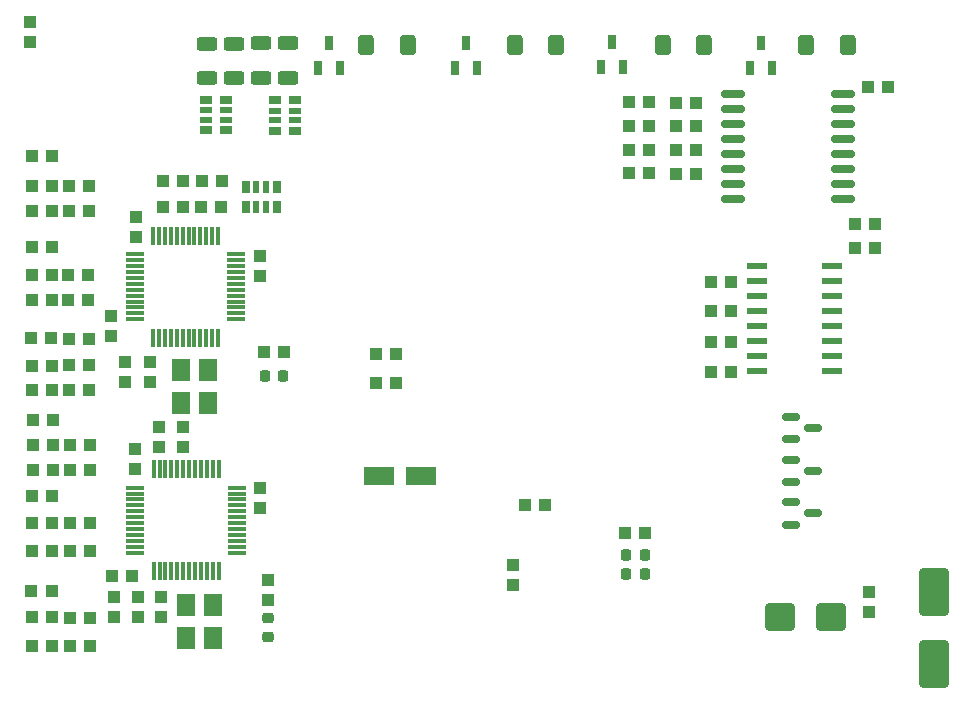
<source format=gbr>
%TF.GenerationSoftware,KiCad,Pcbnew,8.0.7-8.0.7-0~ubuntu22.04.1*%
%TF.CreationDate,2024-12-29T11:33:44+01:00*%
%TF.ProjectId,monitor_consumo,6d6f6e69-746f-4725-9f63-6f6e73756d6f,rev?*%
%TF.SameCoordinates,Original*%
%TF.FileFunction,Paste,Top*%
%TF.FilePolarity,Positive*%
%FSLAX46Y46*%
G04 Gerber Fmt 4.6, Leading zero omitted, Abs format (unit mm)*
G04 Created by KiCad (PCBNEW 8.0.7-8.0.7-0~ubuntu22.04.1) date 2024-12-29 11:33:44*
%MOMM*%
%LPD*%
G01*
G04 APERTURE LIST*
G04 Aperture macros list*
%AMRoundRect*
0 Rectangle with rounded corners*
0 $1 Rounding radius*
0 $2 $3 $4 $5 $6 $7 $8 $9 X,Y pos of 4 corners*
0 Add a 4 corners polygon primitive as box body*
4,1,4,$2,$3,$4,$5,$6,$7,$8,$9,$2,$3,0*
0 Add four circle primitives for the rounded corners*
1,1,$1+$1,$2,$3*
1,1,$1+$1,$4,$5*
1,1,$1+$1,$6,$7*
1,1,$1+$1,$8,$9*
0 Add four rect primitives between the rounded corners*
20,1,$1+$1,$2,$3,$4,$5,0*
20,1,$1+$1,$4,$5,$6,$7,0*
20,1,$1+$1,$6,$7,$8,$9,0*
20,1,$1+$1,$8,$9,$2,$3,0*%
G04 Aperture macros list end*
%ADD10R,1.000000X1.100000*%
%ADD11R,1.100000X1.000000*%
%ADD12R,1.000000X0.700000*%
%ADD13R,1.000000X0.500000*%
%ADD14RoundRect,0.218750X-0.218750X-0.256250X0.218750X-0.256250X0.218750X0.256250X-0.218750X0.256250X0*%
%ADD15R,0.700000X1.000000*%
%ADD16R,0.500000X1.000000*%
%ADD17RoundRect,0.042000X0.258000X-0.573000X0.258000X0.573000X-0.258000X0.573000X-0.258000X-0.573000X0*%
%ADD18R,1.500000X1.950000*%
%ADD19R,1.498600X0.330200*%
%ADD20R,0.330200X1.498600*%
%ADD21RoundRect,0.250000X-0.625000X0.312500X-0.625000X-0.312500X0.625000X-0.312500X0.625000X0.312500X0*%
%ADD22RoundRect,0.250000X0.400000X0.600000X-0.400000X0.600000X-0.400000X-0.600000X0.400000X-0.600000X0*%
%ADD23RoundRect,0.150000X-0.587500X-0.150000X0.587500X-0.150000X0.587500X0.150000X-0.587500X0.150000X0*%
%ADD24R,1.800000X0.590000*%
%ADD25RoundRect,0.250000X-1.000000X1.750000X-1.000000X-1.750000X1.000000X-1.750000X1.000000X1.750000X0*%
%ADD26RoundRect,0.150000X-0.875000X-0.150000X0.875000X-0.150000X0.875000X0.150000X-0.875000X0.150000X0*%
%ADD27RoundRect,0.250000X-1.050000X-0.550000X1.050000X-0.550000X1.050000X0.550000X-1.050000X0.550000X0*%
%ADD28RoundRect,0.218750X0.256250X-0.218750X0.256250X0.218750X-0.256250X0.218750X-0.256250X-0.218750X0*%
%ADD29RoundRect,0.250000X-1.000000X-0.900000X1.000000X-0.900000X1.000000X0.900000X-1.000000X0.900000X0*%
G04 APERTURE END LIST*
D10*
%TO.C,C11*%
X124900000Y-86600000D03*
X124900000Y-88300000D03*
%TD*%
D11*
%TO.C,C9*%
X116025000Y-96900000D03*
X117725000Y-96900000D03*
%TD*%
D10*
%TO.C,C31*%
X126850000Y-106150000D03*
X126850000Y-104450000D03*
%TD*%
%TO.C,R2*%
X175250000Y-94600000D03*
X173550000Y-94600000D03*
%TD*%
D12*
%TO.C,RN2*%
X132500000Y-79300000D03*
D13*
X132500000Y-78400000D03*
X132500000Y-77600000D03*
D12*
X132500000Y-76700000D03*
X130800000Y-76700000D03*
D13*
X130800000Y-77600000D03*
X130800000Y-78400000D03*
D12*
X130800000Y-79300000D03*
%TD*%
D11*
%TO.C,R25*%
X115900000Y-70150000D03*
X115900000Y-71850000D03*
%TD*%
D14*
%TO.C,D11*%
X135787500Y-100100000D03*
X137362500Y-100100000D03*
%TD*%
D12*
%TO.C,RN1*%
X136700000Y-76750000D03*
D13*
X136700000Y-77650000D03*
X136700000Y-78450000D03*
D12*
X136700000Y-79350000D03*
X138400000Y-79350000D03*
D13*
X138400000Y-78450000D03*
X138400000Y-77650000D03*
D12*
X138400000Y-76750000D03*
%TD*%
D11*
%TO.C,C23*%
X116150000Y-103850000D03*
X117850000Y-103850000D03*
%TD*%
D10*
%TO.C,R8*%
X170600000Y-80960000D03*
X172300000Y-80960000D03*
%TD*%
%TO.C,R22*%
X116075000Y-84000000D03*
X117775000Y-84000000D03*
%TD*%
D15*
%TO.C,RN3*%
X134200000Y-85800000D03*
D16*
X135100000Y-85800000D03*
X135900000Y-85800000D03*
D15*
X136800000Y-85800000D03*
X136800000Y-84100000D03*
D16*
X135900000Y-84100000D03*
X135100000Y-84100000D03*
D15*
X134200000Y-84100000D03*
%TD*%
D17*
%TO.C,Q4*%
X176850000Y-74000000D03*
X178750000Y-74000000D03*
X177800000Y-71880000D03*
%TD*%
D18*
%TO.C,Y2*%
X129125000Y-119450000D03*
X129125000Y-122300000D03*
X131425000Y-122300000D03*
X131425000Y-119450000D03*
%TD*%
D19*
%TO.C,IC1*%
X124800000Y-89800000D03*
X124800000Y-90300000D03*
X124800000Y-90800000D03*
X124800000Y-91300000D03*
X124800000Y-91800000D03*
X124800000Y-92300000D03*
X124800000Y-92800000D03*
X124800000Y-93300000D03*
X124800000Y-93800000D03*
X124800000Y-94300000D03*
X124800000Y-94800000D03*
X124800000Y-95300000D03*
D20*
X126350000Y-96850000D03*
X126850000Y-96850000D03*
X127350000Y-96850000D03*
X127850000Y-96850000D03*
X128350000Y-96850000D03*
X128850000Y-96850000D03*
X129350000Y-96850000D03*
X129850000Y-96850000D03*
X130350000Y-96850000D03*
X130850000Y-96850000D03*
X131350000Y-96850000D03*
X131850000Y-96850000D03*
D19*
X133400000Y-95300000D03*
X133400000Y-94800000D03*
X133400000Y-94300000D03*
X133400000Y-93800000D03*
X133400000Y-93300000D03*
X133400000Y-92800000D03*
X133400000Y-92300000D03*
X133400000Y-91800000D03*
X133400000Y-91300000D03*
X133400000Y-90800000D03*
X133400000Y-90300000D03*
X133400000Y-89800000D03*
D20*
X131850000Y-88250000D03*
X131350000Y-88250000D03*
X130850000Y-88250000D03*
X130350000Y-88250000D03*
X129850000Y-88250000D03*
X129350000Y-88250000D03*
X128850000Y-88250000D03*
X128350000Y-88250000D03*
X127850000Y-88250000D03*
X127350000Y-88250000D03*
X126850000Y-88250000D03*
X126350000Y-88250000D03*
%TD*%
D11*
%TO.C,C6*%
X119250000Y-99175000D03*
X120950000Y-99175000D03*
%TD*%
D10*
%TO.C,R19*%
X116075000Y-86125000D03*
X117775000Y-86125000D03*
%TD*%
%TO.C,C26*%
X135400000Y-111300000D03*
X135400000Y-109600000D03*
%TD*%
D21*
%TO.C,R29*%
X137800000Y-71925000D03*
X137800000Y-74850000D03*
%TD*%
D10*
%TO.C,R42*%
X119300000Y-114925000D03*
X121000000Y-114925000D03*
%TD*%
D19*
%TO.C,IC2*%
X124850000Y-109550000D03*
X124850000Y-110050000D03*
X124850000Y-110550000D03*
X124850000Y-111050000D03*
X124850000Y-111550000D03*
X124850000Y-112050000D03*
X124850000Y-112550000D03*
X124850000Y-113050000D03*
X124850000Y-113550000D03*
X124850000Y-114050000D03*
X124850000Y-114550000D03*
X124850000Y-115050000D03*
D20*
X126400000Y-116600000D03*
X126900000Y-116600000D03*
X127400000Y-116600000D03*
X127900000Y-116600000D03*
X128400000Y-116600000D03*
X128900000Y-116600000D03*
X129400000Y-116600000D03*
X129900000Y-116600000D03*
X130400000Y-116600000D03*
X130900000Y-116600000D03*
X131400000Y-116600000D03*
X131900000Y-116600000D03*
D19*
X133450000Y-115050000D03*
X133450000Y-114550000D03*
X133450000Y-114050000D03*
X133450000Y-113550000D03*
X133450000Y-113050000D03*
X133450000Y-112550000D03*
X133450000Y-112050000D03*
X133450000Y-111550000D03*
X133450000Y-111050000D03*
X133450000Y-110550000D03*
X133450000Y-110050000D03*
X133450000Y-109550000D03*
D20*
X131900000Y-108000000D03*
X131400000Y-108000000D03*
X130900000Y-108000000D03*
X130400000Y-108000000D03*
X129900000Y-108000000D03*
X129400000Y-108000000D03*
X128900000Y-108000000D03*
X128400000Y-108000000D03*
X127900000Y-108000000D03*
X127400000Y-108000000D03*
X126900000Y-108000000D03*
X126400000Y-108000000D03*
%TD*%
D10*
%TO.C,R26*%
X119225000Y-86125000D03*
X120925000Y-86125000D03*
%TD*%
D11*
%TO.C,C10*%
X120925000Y-96925000D03*
X119225000Y-96925000D03*
%TD*%
D10*
%TO.C,R9*%
X168370000Y-78930000D03*
X166670000Y-78930000D03*
%TD*%
%TO.C,R13*%
X185750000Y-87260000D03*
X187450000Y-87260000D03*
%TD*%
D11*
%TO.C,C17*%
X132100000Y-85800000D03*
X130400000Y-85800000D03*
%TD*%
D22*
%TO.C,D4*%
X185150000Y-72100000D03*
X181650000Y-72100000D03*
%TD*%
D11*
%TO.C,C13*%
X127200000Y-83550000D03*
X128900000Y-83550000D03*
%TD*%
D17*
%TO.C,Q1*%
X140300000Y-74020000D03*
X142200000Y-74020000D03*
X141250000Y-71900000D03*
%TD*%
D10*
%TO.C,R36*%
X116100000Y-114950000D03*
X117800000Y-114950000D03*
%TD*%
D11*
%TO.C,C22*%
X124550000Y-117000000D03*
X122850000Y-117000000D03*
%TD*%
D10*
%TO.C,R6*%
X166670000Y-82930000D03*
X168370000Y-82930000D03*
%TD*%
%TO.C,R24*%
X116075000Y-99225000D03*
X117775000Y-99225000D03*
%TD*%
%TO.C,R4*%
X173550000Y-97200000D03*
X175250000Y-97200000D03*
%TD*%
%TO.C,R38*%
X116150000Y-105925000D03*
X117850000Y-105925000D03*
%TD*%
D11*
%TO.C,C8*%
X116100000Y-89175000D03*
X117800000Y-89175000D03*
%TD*%
D23*
%TO.C,D10*%
X180325000Y-107175000D03*
X180325000Y-109075000D03*
X182200000Y-108125000D03*
%TD*%
D10*
%TO.C,C30*%
X127025000Y-118800000D03*
X127025000Y-120500000D03*
%TD*%
%TO.C,C29*%
X124800000Y-106300000D03*
X124800000Y-108000000D03*
%TD*%
D11*
%TO.C,C4*%
X119250000Y-84025000D03*
X120950000Y-84025000D03*
%TD*%
%TO.C,R17*%
X156800000Y-117800000D03*
X156800000Y-116100000D03*
%TD*%
D21*
%TO.C,R32*%
X130900000Y-71950000D03*
X130900000Y-74875000D03*
%TD*%
D11*
%TO.C,C20*%
X119300000Y-112525000D03*
X121000000Y-112525000D03*
%TD*%
D10*
%TO.C,C16*%
X123975000Y-98900000D03*
X123975000Y-100600000D03*
%TD*%
D22*
%TO.C,D2*%
X160500000Y-72050000D03*
X157000000Y-72050000D03*
%TD*%
D21*
%TO.C,R31*%
X133200000Y-71950000D03*
X133200000Y-74875000D03*
%TD*%
D11*
%TO.C,C24*%
X116075000Y-110300000D03*
X117775000Y-110300000D03*
%TD*%
%TO.C,C5*%
X119150000Y-91525000D03*
X120850000Y-91525000D03*
%TD*%
D10*
%TO.C,R14*%
X170600000Y-76960000D03*
X172300000Y-76960000D03*
%TD*%
%TO.C,R21*%
X116100000Y-101325000D03*
X117800000Y-101325000D03*
%TD*%
D22*
%TO.C,D3*%
X173000000Y-72100000D03*
X169500000Y-72100000D03*
%TD*%
D23*
%TO.C,D9*%
X180325000Y-110775000D03*
X180325000Y-112675000D03*
X182200000Y-111725000D03*
%TD*%
D10*
%TO.C,R34*%
X137400000Y-98050000D03*
X135700000Y-98050000D03*
%TD*%
%TO.C,R28*%
X119225000Y-101325000D03*
X120925000Y-101325000D03*
%TD*%
%TO.C,R15*%
X159550000Y-111050000D03*
X157850000Y-111050000D03*
%TD*%
%TO.C,R3*%
X170600000Y-82960000D03*
X172300000Y-82960000D03*
%TD*%
D11*
%TO.C,C19*%
X119275000Y-105925000D03*
X120975000Y-105925000D03*
%TD*%
D10*
%TO.C,R27*%
X119175000Y-93675000D03*
X120875000Y-93675000D03*
%TD*%
D17*
%TO.C,Q2*%
X151900000Y-74020000D03*
X153800000Y-74020000D03*
X152850000Y-71900000D03*
%TD*%
D10*
%TO.C,R39*%
X116075000Y-112525000D03*
X117775000Y-112525000D03*
%TD*%
%TO.C,C27*%
X123050000Y-118825000D03*
X123050000Y-120525000D03*
%TD*%
D11*
%TO.C,R45*%
X136050000Y-119050000D03*
X136050000Y-117350000D03*
%TD*%
D10*
%TO.C,R35*%
X116150000Y-108025000D03*
X117850000Y-108025000D03*
%TD*%
D17*
%TO.C,Q3*%
X164250000Y-73960000D03*
X166150000Y-73960000D03*
X165200000Y-71840000D03*
%TD*%
D24*
%TO.C,U1*%
X177495000Y-90805000D03*
X177495000Y-92075000D03*
X177495000Y-93345000D03*
X177495000Y-94615000D03*
X177495000Y-95885000D03*
X177495000Y-97155000D03*
X177495000Y-98425000D03*
X177495000Y-99695000D03*
X183805000Y-99695000D03*
X183805000Y-98425000D03*
X183805000Y-97155000D03*
X183805000Y-95885000D03*
X183805000Y-94615000D03*
X183805000Y-93345000D03*
X183805000Y-92075000D03*
X183805000Y-90805000D03*
%TD*%
D14*
%TO.C,D5*%
X166387500Y-116900000D03*
X167962500Y-116900000D03*
%TD*%
D10*
%TO.C,R37*%
X116100000Y-122950000D03*
X117800000Y-122950000D03*
%TD*%
%TO.C,R1*%
X175250000Y-92100000D03*
X173550000Y-92100000D03*
%TD*%
%TO.C,R20*%
X116075000Y-93675000D03*
X117775000Y-93675000D03*
%TD*%
D25*
%TO.C,C1*%
X192500000Y-118350000D03*
X192500000Y-124450000D03*
%TD*%
D14*
%TO.C,D7*%
X166387500Y-115250000D03*
X167962500Y-115250000D03*
%TD*%
D10*
%TO.C,R7*%
X168370000Y-80930000D03*
X166670000Y-80930000D03*
%TD*%
%TO.C,R12*%
X170600000Y-78960000D03*
X172300000Y-78960000D03*
%TD*%
D22*
%TO.C,D1*%
X147900000Y-72100000D03*
X144400000Y-72100000D03*
%TD*%
D26*
%TO.C,U2*%
X175450000Y-76205000D03*
X175450000Y-77475000D03*
X175450000Y-78745000D03*
X175450000Y-80015000D03*
X175450000Y-81285000D03*
X175450000Y-82555000D03*
X175450000Y-83825000D03*
X175450000Y-85095000D03*
X184750000Y-85095000D03*
X184750000Y-83825000D03*
X184750000Y-82555000D03*
X184750000Y-81285000D03*
X184750000Y-80015000D03*
X184750000Y-78745000D03*
X184750000Y-77475000D03*
X184750000Y-76205000D03*
%TD*%
D10*
%TO.C,R5*%
X173600000Y-99800000D03*
X175300000Y-99800000D03*
%TD*%
D18*
%TO.C,Y1*%
X128700000Y-99550000D03*
X128700000Y-102400000D03*
X131000000Y-102400000D03*
X131000000Y-99550000D03*
%TD*%
D10*
%TO.C,C18*%
X126075000Y-98925000D03*
X126075000Y-100625000D03*
%TD*%
D11*
%TO.C,C25*%
X116050000Y-118275000D03*
X117750000Y-118275000D03*
%TD*%
D10*
%TO.C,R43*%
X119300000Y-122950000D03*
X121000000Y-122950000D03*
%TD*%
%TO.C,C3*%
X186975000Y-120050000D03*
X186975000Y-118350000D03*
%TD*%
%TO.C,C28*%
X125050000Y-118800000D03*
X125050000Y-120500000D03*
%TD*%
%TO.C,R16*%
X145200000Y-100700000D03*
X146900000Y-100700000D03*
%TD*%
D27*
%TO.C,C2*%
X145450000Y-108550000D03*
X149050000Y-108550000D03*
%TD*%
D10*
%TO.C,R10*%
X168370000Y-76900000D03*
X166670000Y-76900000D03*
%TD*%
%TO.C,R11*%
X185770000Y-89260000D03*
X187470000Y-89260000D03*
%TD*%
%TO.C,R41*%
X119275000Y-108025000D03*
X120975000Y-108025000D03*
%TD*%
%TO.C,C12*%
X122800000Y-95000000D03*
X122800000Y-96700000D03*
%TD*%
%TO.C,R44*%
X146900000Y-98250000D03*
X145200000Y-98250000D03*
%TD*%
D11*
%TO.C,C21*%
X119275000Y-120550000D03*
X120975000Y-120550000D03*
%TD*%
D10*
%TO.C,C15*%
X135400000Y-91600000D03*
X135400000Y-89900000D03*
%TD*%
D11*
%TO.C,C33*%
X188600000Y-75590000D03*
X186900000Y-75590000D03*
%TD*%
D10*
%TO.C,R23*%
X116075000Y-91525000D03*
X117775000Y-91525000D03*
%TD*%
%TO.C,R33*%
X132150000Y-83550000D03*
X130450000Y-83550000D03*
%TD*%
D21*
%TO.C,R30*%
X135500000Y-71937500D03*
X135500000Y-74862500D03*
%TD*%
D10*
%TO.C,C32*%
X128900000Y-106150000D03*
X128900000Y-104450000D03*
%TD*%
D28*
%TO.C,D12*%
X136050000Y-122175000D03*
X136050000Y-120600000D03*
%TD*%
D10*
%TO.C,R40*%
X116100000Y-120525000D03*
X117800000Y-120525000D03*
%TD*%
D23*
%TO.C,D8*%
X180350000Y-103575000D03*
X180350000Y-105475000D03*
X182225000Y-104525000D03*
%TD*%
D11*
%TO.C,C14*%
X127200000Y-85800000D03*
X128900000Y-85800000D03*
%TD*%
D10*
%TO.C,R18*%
X168025000Y-113400000D03*
X166325000Y-113400000D03*
%TD*%
D11*
%TO.C,C7*%
X116100000Y-81450000D03*
X117800000Y-81450000D03*
%TD*%
D29*
%TO.C,D6*%
X179425000Y-120525000D03*
X183725000Y-120525000D03*
%TD*%
M02*

</source>
